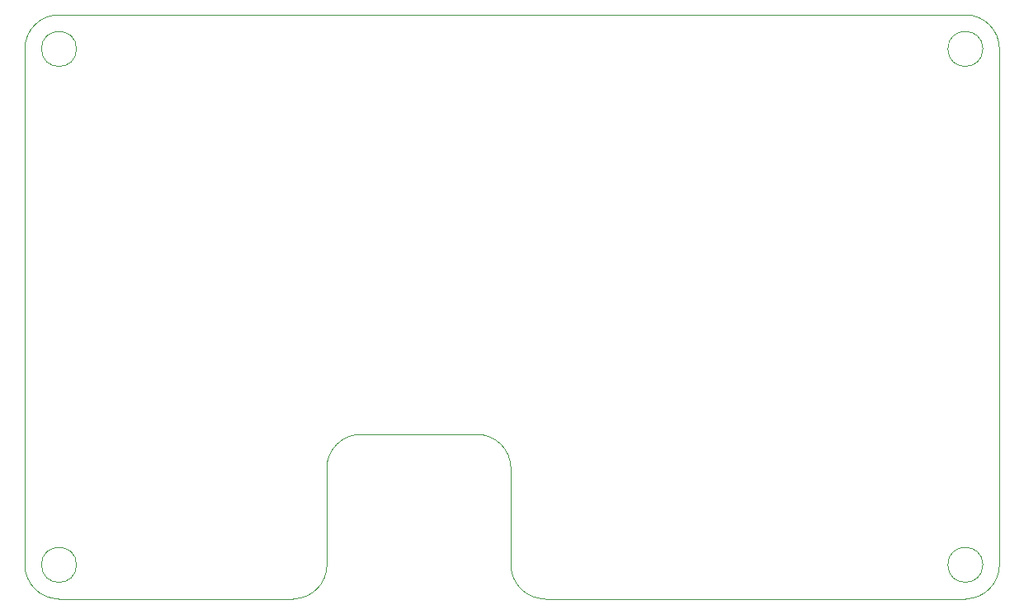
<source format=gbr>
%TF.GenerationSoftware,KiCad,Pcbnew,7.0.9*%
%TF.CreationDate,2024-07-05T12:55:43+10:00*%
%TF.ProjectId,ethernet_led_controller,65746865-726e-4657-945f-6c65645f636f,v1_1_0*%
%TF.SameCoordinates,Original*%
%TF.FileFunction,Profile,NP*%
%FSLAX46Y46*%
G04 Gerber Fmt 4.6, Leading zero omitted, Abs format (unit mm)*
G04 Created by KiCad (PCBNEW 7.0.9) date 2024-07-05 12:55:43*
%MOMM*%
%LPD*%
G01*
G04 APERTURE LIST*
%TA.AperFunction,Profile*%
%ADD10C,0.100000*%
%TD*%
G04 APERTURE END LIST*
D10*
X90259000Y-63740000D02*
G75*
G03*
X86759000Y-67240000I0J-3500000D01*
G01*
X183259000Y-123740000D02*
G75*
G03*
X186759000Y-120240000I0J3500000D01*
G01*
X92059000Y-120240000D02*
G75*
G03*
X92059000Y-120240000I-1800000J0D01*
G01*
X114259000Y-123740000D02*
X90259000Y-123740000D01*
X86759000Y-120240000D02*
X86759000Y-67240000D01*
X117733874Y-110340000D02*
X117759000Y-120240000D01*
X133133874Y-106840000D02*
X121233874Y-106840000D01*
X136633874Y-120240000D02*
X136633874Y-110340000D01*
X121233874Y-106839974D02*
G75*
G03*
X117733874Y-110340000I26J-3500026D01*
G01*
X186759000Y-67240000D02*
X186759000Y-120240000D01*
X86759000Y-120240000D02*
G75*
G03*
X90259000Y-123740000I3500000J0D01*
G01*
X136633900Y-110340000D02*
G75*
G03*
X133133874Y-106840000I-3500000J0D01*
G01*
X92059000Y-67240000D02*
G75*
G03*
X92059000Y-67240000I-1800000J0D01*
G01*
X114259000Y-123740000D02*
G75*
G03*
X117759000Y-120240000I0J3500000D01*
G01*
X185059000Y-67240000D02*
G75*
G03*
X185059000Y-67240000I-1800000J0D01*
G01*
X186759000Y-67240000D02*
G75*
G03*
X183259000Y-63740000I-3500000J0D01*
G01*
X183259000Y-123740000D02*
X140133874Y-123740000D01*
X185059000Y-120240000D02*
G75*
G03*
X185059000Y-120240000I-1800000J0D01*
G01*
X136633900Y-120240000D02*
G75*
G03*
X140133874Y-123740000I3500000J0D01*
G01*
X90259000Y-63740000D02*
X183259000Y-63740000D01*
M02*

</source>
